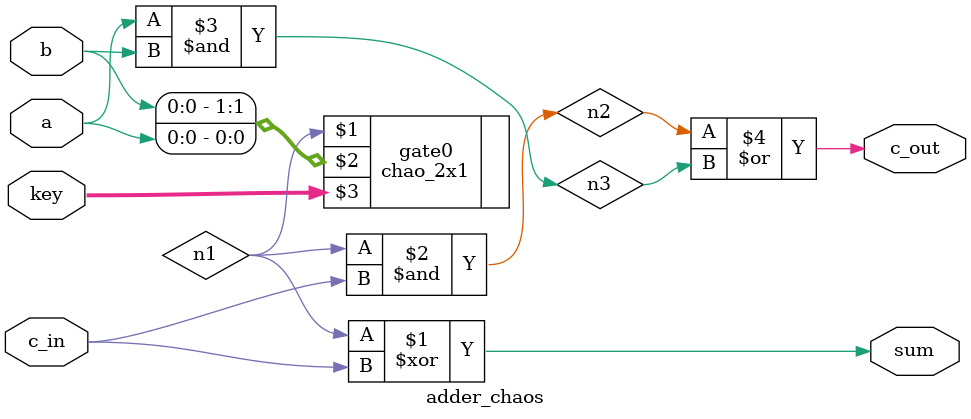
<source format=sv>
`timescale 1ns / 1ps


module adder_chaos(
    input  logic       a,
    input  logic       b,
    input  logic       c_in,
    input  logic [5:0] key,
    output logic       sum,
    output logic       c_out
    );
    logic n1, n2, n3;
    chao_2x1 gate0(n1,{b,a},key);
//    xor gate1(sum, n1, c_in);
//    and gate2(n2, c_in, n1);
//    and gate3(n3, a, b);
//    or gate4(c_out, n2, n3);
    assign sum   = n1 ^ c_in;
    assign n2    = n1 & c_in;
    assign n3    = a  & b;
    assign c_out = n2 | n3;
endmodule

</source>
